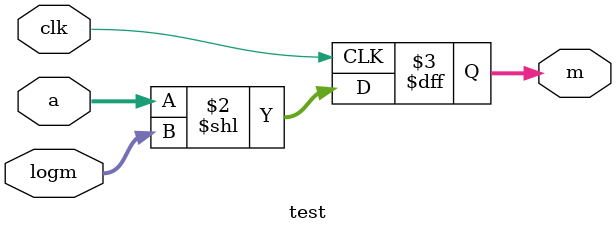
<source format=v>
`timescale 1ns / 1ps


module test(
    input clk,
    input [3:0] logm,
    input [2:0] a,
    output reg [18:0] m

    );
    
    always @(posedge clk) begin
        m <= a<<logm;
    end
endmodule

</source>
